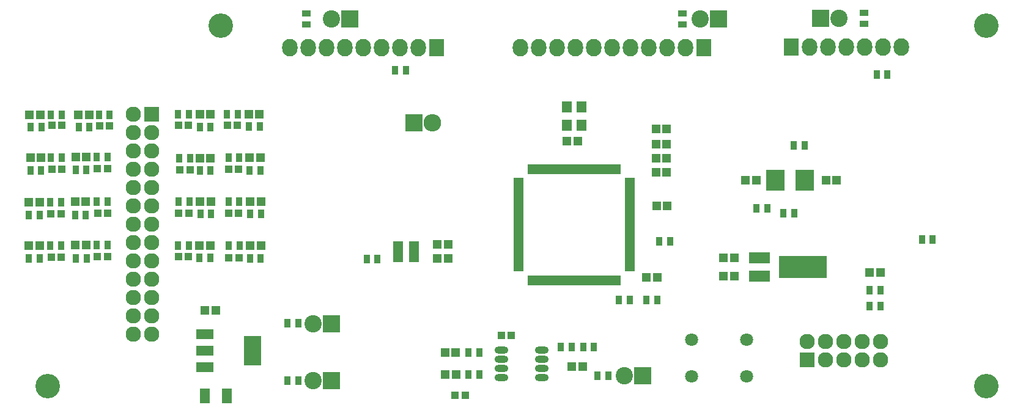
<source format=gts>
G04 #@! TF.FileFunction,Soldermask,Top*
%FSLAX46Y46*%
G04 Gerber Fmt 4.6, Leading zero omitted, Abs format (unit mm)*
G04 Created by KiCad (PCBNEW 4.0.2-stable) date 7/12/2016 4:32:10 PM*
%MOMM*%
G01*
G04 APERTURE LIST*
%ADD10C,0.100000*%
%ADD11R,1.200000X1.150000*%
%ADD12R,1.400000X2.000000*%
%ADD13R,1.400000X1.650000*%
%ADD14R,1.000000X1.100000*%
%ADD15R,2.400000X2.400000*%
%ADD16C,2.400000*%
%ADD17R,0.900000X1.300000*%
%ADD18R,1.300000X0.900000*%
%ADD19C,1.797000*%
%ADD20R,2.432000X4.057600*%
%ADD21R,2.432000X1.416000*%
%ADD22R,1.460000X1.050000*%
%ADD23O,1.873200X1.009600*%
%ADD24R,2.127200X2.432000*%
%ADD25O,2.127200X2.432000*%
%ADD26R,6.600000X3.100000*%
%ADD27R,3.000000X1.500000*%
%ADD28R,2.500000X2.900000*%
%ADD29C,3.400000*%
%ADD30R,1.400000X0.630000*%
%ADD31R,0.630000X1.400000*%
%ADD32R,2.127200X2.127200*%
%ADD33O,2.127200X2.127200*%
%ADD34R,2.432000X2.432000*%
%ADD35O,2.432000X2.432000*%
G04 APERTURE END LIST*
D10*
D11*
X88430000Y-105350000D03*
X86930000Y-105350000D03*
X104210000Y-93260000D03*
X105710000Y-93260000D03*
X88880000Y-93320000D03*
X87380000Y-93320000D03*
X111190000Y-105340000D03*
X112690000Y-105340000D03*
X110970000Y-93220000D03*
X112470000Y-93220000D03*
X82050000Y-105440000D03*
X80550000Y-105440000D03*
X82150000Y-93280000D03*
X80650000Y-93280000D03*
X104130000Y-111400000D03*
X105630000Y-111400000D03*
X104910000Y-120390000D03*
X106410000Y-120390000D03*
X178190000Y-115650000D03*
X176690000Y-115650000D03*
X166080000Y-115850000D03*
X167580000Y-115850000D03*
X178200000Y-113110000D03*
X176700000Y-113110000D03*
X167370000Y-101300000D03*
X168870000Y-101300000D03*
X155040000Y-96990000D03*
X156540000Y-96990000D03*
D12*
X104920000Y-132270000D03*
X107920000Y-132270000D03*
D11*
X181270000Y-102380000D03*
X179770000Y-102380000D03*
X167370000Y-95250000D03*
X168870000Y-95250000D03*
D13*
X155030000Y-94750000D03*
X157030000Y-94750000D03*
D11*
X104210000Y-99370000D03*
X105710000Y-99370000D03*
X167370000Y-97340000D03*
X168870000Y-97340000D03*
D13*
X155030000Y-92210000D03*
X157030000Y-92210000D03*
D11*
X190910000Y-102360000D03*
X192410000Y-102360000D03*
X167360000Y-99360000D03*
X168860000Y-99360000D03*
X88500000Y-111390000D03*
X87000000Y-111390000D03*
X88520000Y-99140000D03*
X87020000Y-99140000D03*
X137080000Y-111300000D03*
X138580000Y-111300000D03*
X137080000Y-113210000D03*
X138580000Y-113210000D03*
X111170000Y-111470000D03*
X112670000Y-111470000D03*
X111080000Y-99270000D03*
X112580000Y-99270000D03*
X82020000Y-111420000D03*
X80520000Y-111420000D03*
X139660000Y-126230000D03*
X138160000Y-126230000D03*
X155750000Y-128200000D03*
X157250000Y-128200000D03*
X82260000Y-99230000D03*
X80760000Y-99230000D03*
X139670000Y-129310000D03*
X138170000Y-129310000D03*
X104260000Y-105350000D03*
X105760000Y-105350000D03*
X196950000Y-115200000D03*
X198450000Y-115200000D03*
D14*
X90080000Y-106970000D03*
X91480000Y-106970000D03*
X102660000Y-94760000D03*
X101260000Y-94760000D03*
X90340000Y-94830000D03*
X91740000Y-94830000D03*
X109570000Y-106950000D03*
X108170000Y-106950000D03*
X109430000Y-94760000D03*
X108030000Y-94760000D03*
X83610000Y-107030000D03*
X85010000Y-107030000D03*
D15*
X122420000Y-122240000D03*
D16*
X119880000Y-122240000D03*
D14*
X83710000Y-94790000D03*
X85110000Y-94790000D03*
X102630000Y-112970000D03*
X101230000Y-112970000D03*
D15*
X122420000Y-130150000D03*
D16*
X119880000Y-130150000D03*
D14*
X102860000Y-100920000D03*
X101460000Y-100920000D03*
X90020000Y-112980000D03*
X91420000Y-112980000D03*
X90040000Y-100770000D03*
X91440000Y-100770000D03*
X109650000Y-113150000D03*
X108250000Y-113150000D03*
X109570000Y-100870000D03*
X108170000Y-100870000D03*
X83620000Y-113010000D03*
X85020000Y-113010000D03*
X83710000Y-100840000D03*
X85110000Y-100840000D03*
X102700000Y-106990000D03*
X101300000Y-106990000D03*
D15*
X190140000Y-79920000D03*
D16*
X192680000Y-79920000D03*
D15*
X125000000Y-80000000D03*
D16*
X122460000Y-80000000D03*
D15*
X176000000Y-80000000D03*
D16*
X173460000Y-80000000D03*
D17*
X88430000Y-107200000D03*
X86930000Y-107200000D03*
X104210000Y-95010000D03*
X105710000Y-95010000D03*
X91440000Y-105350000D03*
X89940000Y-105350000D03*
X101210000Y-93260000D03*
X102710000Y-93260000D03*
X88950000Y-94980000D03*
X87450000Y-94980000D03*
X111180000Y-107070000D03*
X112680000Y-107070000D03*
X91740000Y-93320000D03*
X90240000Y-93320000D03*
X108170000Y-105310000D03*
X109670000Y-105310000D03*
X110990000Y-94900000D03*
X112490000Y-94900000D03*
X82050000Y-107190000D03*
X80550000Y-107190000D03*
X108000000Y-93240000D03*
X109500000Y-93240000D03*
X85020000Y-105440000D03*
X83520000Y-105440000D03*
X82280000Y-95010000D03*
X80780000Y-95010000D03*
X116360000Y-122210000D03*
X117860000Y-122210000D03*
X85100000Y-93280000D03*
X83600000Y-93280000D03*
X104130000Y-113090000D03*
X105630000Y-113090000D03*
X101220000Y-111400000D03*
X102720000Y-111400000D03*
X162220000Y-118980000D03*
X163720000Y-118980000D03*
X167580000Y-118980000D03*
X166080000Y-118980000D03*
X116360000Y-130150000D03*
X117860000Y-130150000D03*
X104210000Y-101040000D03*
X105710000Y-101040000D03*
X187970000Y-97570000D03*
X186470000Y-97570000D03*
X101370000Y-99370000D03*
X102870000Y-99370000D03*
X127310000Y-113260000D03*
X128810000Y-113260000D03*
X88540000Y-113180000D03*
X87040000Y-113180000D03*
X91420000Y-111390000D03*
X89920000Y-111390000D03*
X88520000Y-100960000D03*
X87020000Y-100960000D03*
X91450000Y-99170000D03*
X89950000Y-99170000D03*
X111140000Y-113210000D03*
X112640000Y-113210000D03*
X108250000Y-111440000D03*
X109750000Y-111440000D03*
X157290000Y-125500000D03*
X158790000Y-125500000D03*
X154200000Y-125500000D03*
X155700000Y-125500000D03*
X111120000Y-101000000D03*
X112620000Y-101000000D03*
X108180000Y-99280000D03*
X109680000Y-99280000D03*
X82040000Y-113250000D03*
X80540000Y-113250000D03*
X85010000Y-111440000D03*
X83510000Y-111440000D03*
X142940000Y-126230000D03*
X141440000Y-126230000D03*
X142930000Y-129320000D03*
X141430000Y-129320000D03*
X82260000Y-101020000D03*
X80760000Y-101020000D03*
X85100000Y-99210000D03*
X83600000Y-99210000D03*
X197940000Y-87750000D03*
X199440000Y-87750000D03*
X104290000Y-107070000D03*
X105790000Y-107070000D03*
X101300000Y-105370000D03*
X102800000Y-105370000D03*
D18*
X196140000Y-79170000D03*
X196140000Y-80670000D03*
D17*
X132770000Y-87130000D03*
X131270000Y-87130000D03*
D18*
X119000000Y-79250000D03*
X119000000Y-80750000D03*
D17*
X196930000Y-119790000D03*
X198430000Y-119790000D03*
X198440000Y-117620000D03*
X196940000Y-117620000D03*
D18*
X171000000Y-80750000D03*
X171000000Y-79250000D03*
D19*
X179910000Y-124490000D03*
X179910000Y-129570000D03*
X172290000Y-124490000D03*
X172290000Y-129570000D03*
D20*
X111502000Y-125970000D03*
D21*
X104898000Y-125970000D03*
X104898000Y-128256000D03*
X104898000Y-123684000D03*
D22*
X131650000Y-111310000D03*
X131650000Y-112260000D03*
X131650000Y-113210000D03*
X133850000Y-113210000D03*
X133850000Y-111310000D03*
X133850000Y-112260000D03*
D23*
X151564000Y-129735000D03*
X151564000Y-128465000D03*
X151564000Y-127195000D03*
X151564000Y-125925000D03*
X145976000Y-125925000D03*
X145976000Y-127195000D03*
X145976000Y-128465000D03*
X145976000Y-129735000D03*
D24*
X186140000Y-83920000D03*
D25*
X188680000Y-83920000D03*
X191220000Y-83920000D03*
X193760000Y-83920000D03*
X196300000Y-83920000D03*
X198840000Y-83920000D03*
X201380000Y-83920000D03*
D24*
X137000000Y-84000000D03*
D25*
X134460000Y-84000000D03*
X131920000Y-84000000D03*
X129380000Y-84000000D03*
X126840000Y-84000000D03*
X124300000Y-84000000D03*
X121760000Y-84000000D03*
X119220000Y-84000000D03*
X116680000Y-84000000D03*
D24*
X174000000Y-84000000D03*
D25*
X171460000Y-84000000D03*
X168920000Y-84000000D03*
X166380000Y-84000000D03*
X163840000Y-84000000D03*
X161300000Y-84000000D03*
X158760000Y-84000000D03*
X156220000Y-84000000D03*
X153680000Y-84000000D03*
X151140000Y-84000000D03*
X148600000Y-84000000D03*
D26*
X187710000Y-114390000D03*
D27*
X181710000Y-113120000D03*
X181710000Y-115660000D03*
D28*
X183940000Y-102370000D03*
X187940000Y-102370000D03*
D29*
X107140000Y-80920000D03*
X83140000Y-130920000D03*
X213140000Y-130920000D03*
X213140000Y-80920000D03*
D30*
X148330000Y-102330000D03*
X148330000Y-102730000D03*
X148330000Y-103130000D03*
X148330000Y-103530000D03*
X148330000Y-103930000D03*
X148330000Y-104330000D03*
X148330000Y-104730000D03*
X148330000Y-105130000D03*
X148330000Y-105530000D03*
X148330000Y-105930000D03*
X148330000Y-106330000D03*
X148330000Y-106730000D03*
X148330000Y-107130000D03*
X148330000Y-107530000D03*
X148330000Y-107930000D03*
X148330000Y-108330000D03*
X148330000Y-108730000D03*
X148330000Y-109130000D03*
X148330000Y-109530000D03*
X148330000Y-109930000D03*
X148330000Y-110330000D03*
X148330000Y-110730000D03*
X148330000Y-111130000D03*
X148330000Y-111530000D03*
X148330000Y-111930000D03*
X148330000Y-112330000D03*
X148330000Y-112730000D03*
X148330000Y-113130000D03*
X148330000Y-113530000D03*
X148330000Y-113930000D03*
X148330000Y-114330000D03*
X148330000Y-114730000D03*
D31*
X149830000Y-116230000D03*
X150230000Y-116230000D03*
X150630000Y-116230000D03*
X151030000Y-116230000D03*
X151430000Y-116230000D03*
X151830000Y-116230000D03*
X152230000Y-116230000D03*
X152630000Y-116230000D03*
X153030000Y-116230000D03*
X153430000Y-116230000D03*
X153830000Y-116230000D03*
X154230000Y-116230000D03*
X154630000Y-116230000D03*
X155030000Y-116230000D03*
X155430000Y-116230000D03*
X155830000Y-116230000D03*
X156230000Y-116230000D03*
X156630000Y-116230000D03*
X157030000Y-116230000D03*
X157430000Y-116230000D03*
X157830000Y-116230000D03*
X158230000Y-116230000D03*
X158630000Y-116230000D03*
X159030000Y-116230000D03*
X159430000Y-116230000D03*
X159830000Y-116230000D03*
X160230000Y-116230000D03*
X160630000Y-116230000D03*
X161030000Y-116230000D03*
X161430000Y-116230000D03*
X161830000Y-116230000D03*
X162230000Y-116230000D03*
D30*
X163730000Y-114730000D03*
X163730000Y-114330000D03*
X163730000Y-113930000D03*
X163730000Y-113530000D03*
X163730000Y-113130000D03*
X163730000Y-112730000D03*
X163730000Y-112330000D03*
X163730000Y-111930000D03*
X163730000Y-111530000D03*
X163730000Y-111130000D03*
X163730000Y-110730000D03*
X163730000Y-110330000D03*
X163730000Y-109930000D03*
X163730000Y-109530000D03*
X163730000Y-109130000D03*
X163730000Y-108730000D03*
X163730000Y-108330000D03*
X163730000Y-107930000D03*
X163730000Y-107530000D03*
X163730000Y-107130000D03*
X163730000Y-106730000D03*
X163730000Y-106330000D03*
X163730000Y-105930000D03*
X163730000Y-105530000D03*
X163730000Y-105130000D03*
X163730000Y-104730000D03*
X163730000Y-104330000D03*
X163730000Y-103930000D03*
X163730000Y-103530000D03*
X163730000Y-103130000D03*
X163730000Y-102730000D03*
X163730000Y-102330000D03*
D31*
X162230000Y-100830000D03*
X161830000Y-100830000D03*
X161430000Y-100830000D03*
X161030000Y-100830000D03*
X160630000Y-100830000D03*
X160230000Y-100830000D03*
X159830000Y-100830000D03*
X159430000Y-100830000D03*
X159030000Y-100830000D03*
X158630000Y-100830000D03*
X158230000Y-100830000D03*
X157830000Y-100830000D03*
X157430000Y-100830000D03*
X157030000Y-100830000D03*
X156630000Y-100830000D03*
X156230000Y-100830000D03*
X155830000Y-100830000D03*
X155430000Y-100830000D03*
X155030000Y-100830000D03*
X154630000Y-100830000D03*
X154230000Y-100830000D03*
X153830000Y-100830000D03*
X153430000Y-100830000D03*
X153030000Y-100830000D03*
X152630000Y-100830000D03*
X152230000Y-100830000D03*
X151830000Y-100830000D03*
X151430000Y-100830000D03*
X151030000Y-100830000D03*
X150630000Y-100830000D03*
X150230000Y-100830000D03*
X149830000Y-100830000D03*
D11*
X167440000Y-105930000D03*
X168940000Y-105930000D03*
D32*
X97536000Y-93218000D03*
D33*
X94996000Y-93218000D03*
X97536000Y-95758000D03*
X94996000Y-95758000D03*
X97536000Y-98298000D03*
X94996000Y-98298000D03*
X97536000Y-100838000D03*
X94996000Y-100838000D03*
X97536000Y-103378000D03*
X94996000Y-103378000D03*
X97536000Y-105918000D03*
X94996000Y-105918000D03*
X97536000Y-108458000D03*
X94996000Y-108458000D03*
X97536000Y-110998000D03*
X94996000Y-110998000D03*
X97536000Y-113538000D03*
X94996000Y-113538000D03*
X97536000Y-116078000D03*
X94996000Y-116078000D03*
X97536000Y-118618000D03*
X94996000Y-118618000D03*
X97536000Y-121158000D03*
X94996000Y-121158000D03*
X97536000Y-123698000D03*
X94996000Y-123698000D03*
D14*
X139580000Y-132210000D03*
X140980000Y-132210000D03*
X147370000Y-123890000D03*
X145970000Y-123890000D03*
D15*
X165500000Y-129500000D03*
D16*
X162960000Y-129500000D03*
D17*
X159250000Y-129500000D03*
X160750000Y-129500000D03*
D32*
X188270000Y-127260000D03*
D33*
X188270000Y-124720000D03*
X190810000Y-127260000D03*
X190810000Y-124720000D03*
X193350000Y-127260000D03*
X193350000Y-124720000D03*
X195890000Y-127260000D03*
X195890000Y-124720000D03*
X198430000Y-127260000D03*
X198430000Y-124720000D03*
D17*
X167850000Y-110870000D03*
X169350000Y-110870000D03*
D34*
X133880000Y-94410000D03*
D35*
X136420000Y-94410000D03*
D17*
X181300000Y-106310000D03*
X182800000Y-106310000D03*
X185030000Y-106940000D03*
X186530000Y-106940000D03*
X205690000Y-110570000D03*
X204190000Y-110570000D03*
M02*

</source>
